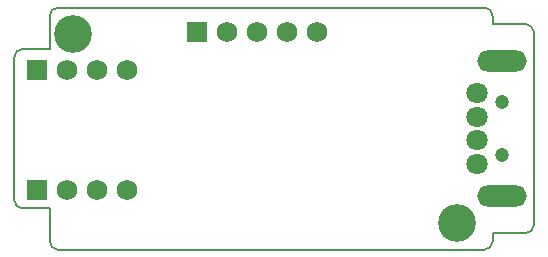
<source format=gbs>
%FSLAX25Y25*%
%MOIN*%
G70*
G01*
G75*
G04 Layer_Color=16711935*
%ADD10R,0.03937X0.03937*%
%ADD11C,0.03937*%
%ADD12R,0.03150X0.03150*%
%ADD13R,0.03150X0.03150*%
%ADD14R,0.00984X0.06299*%
%ADD15R,0.06299X0.00984*%
%ADD16O,0.06299X0.00984*%
%ADD17O,0.03937X0.03937*%
%ADD18R,0.07087X0.04724*%
%ADD19O,0.04000X0.01200*%
%ADD20R,0.04000X0.01200*%
%ADD21R,0.03600X0.03600*%
%ADD22R,0.03600X0.05000*%
%ADD23R,0.09449X0.03937*%
%ADD24R,0.09449X0.12992*%
%ADD25C,0.01000*%
%ADD26C,0.02000*%
%ADD27C,0.04000*%
%ADD28C,0.00787*%
%ADD29C,0.06299*%
%ADD30C,0.03937*%
%ADD31O,0.15748X0.06299*%
%ADD32C,0.06000*%
%ADD33R,0.06000X0.06000*%
%ADD34C,0.11811*%
%ADD35C,0.05512*%
%ADD36C,0.02500*%
%ADD37C,0.04000*%
%ADD38C,0.00984*%
%ADD39C,0.00800*%
%ADD40C,0.01200*%
%ADD41R,0.00000X0.00000*%
%ADD42R,0.07874X0.07874*%
%ADD43C,0.07874*%
%ADD44R,0.03950X0.03950*%
%ADD45R,0.03950X0.03950*%
%ADD46R,0.02184X0.07499*%
%ADD47R,0.07499X0.02184*%
%ADD48O,0.07499X0.02184*%
%ADD49O,0.07874X0.07874*%
%ADD50R,0.07887X0.05524*%
%ADD51O,0.04800X0.02000*%
%ADD52R,0.04800X0.02000*%
%ADD53R,0.04400X0.04400*%
%ADD54R,0.04400X0.05800*%
%ADD55R,0.10249X0.04737*%
%ADD56R,0.10249X0.13792*%
%ADD57C,0.07099*%
%ADD58C,0.04737*%
%ADD59O,0.16548X0.07099*%
%ADD60C,0.06800*%
%ADD61R,0.06800X0.06800*%
%ADD62C,0.12611*%
D28*
X156693Y0D02*
G03*
X159449Y2756I0J2756D01*
G01*
X170472Y5512D02*
G03*
X173228Y8268I0J2756D01*
G01*
X159449Y77953D02*
G03*
X156693Y80709I-2756J0D01*
G01*
X173228Y72441D02*
G03*
X170472Y75197I-2756J0D01*
G01*
X11811Y2756D02*
G03*
X14567Y0I2756J0D01*
G01*
X0Y16535D02*
G03*
X2756Y13780I2756J0D01*
G01*
X14567Y80709D02*
G03*
X11811Y77953I0J-2756D01*
G01*
X2756Y66929D02*
G03*
X0Y64173I0J-2756D01*
G01*
X14567Y80709D02*
X156693D01*
X159449Y75197D02*
Y77953D01*
X173228Y8268D02*
Y72441D01*
X159449Y75197D02*
X170472D01*
X159449Y5512D02*
X170472D01*
X159449Y2756D02*
Y5512D01*
X14567Y0D02*
X156693D01*
X11811Y66929D02*
Y77953D01*
X2756Y66929D02*
X11811D01*
X0Y16535D02*
Y64173D01*
X2756Y13780D02*
X11811D01*
Y2756D02*
Y13780D01*
D57*
X154331Y52165D02*
D03*
Y44291D02*
D03*
Y36417D02*
D03*
Y28543D02*
D03*
D58*
X162598Y49213D02*
D03*
Y31496D02*
D03*
D59*
Y62795D02*
D03*
Y17913D02*
D03*
D60*
X91000Y72500D02*
D03*
X81000D02*
D03*
X71000D02*
D03*
X101000D02*
D03*
X17500Y20000D02*
D03*
X27500D02*
D03*
X37500D02*
D03*
X17500Y60000D02*
D03*
X27500D02*
D03*
X37500D02*
D03*
D61*
X61000Y72500D02*
D03*
X7500Y20000D02*
D03*
Y60000D02*
D03*
D62*
X147638Y8858D02*
D03*
X19685Y71850D02*
D03*
M02*

</source>
